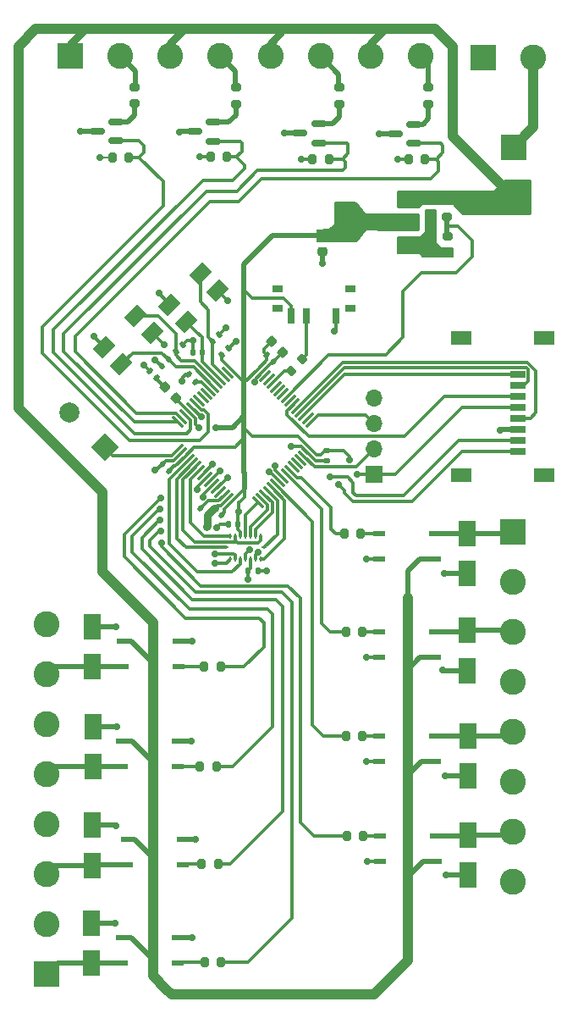
<source format=gtl>
G04 #@! TF.GenerationSoftware,KiCad,Pcbnew,(6.0.7)*
G04 #@! TF.CreationDate,2023-04-24T21:56:03-07:00*
G04 #@! TF.ProjectId,OBC-Attempt-2,4f42432d-4174-4746-956d-70742d322e6b,rev?*
G04 #@! TF.SameCoordinates,Original*
G04 #@! TF.FileFunction,Copper,L1,Top*
G04 #@! TF.FilePolarity,Positive*
%FSLAX46Y46*%
G04 Gerber Fmt 4.6, Leading zero omitted, Abs format (unit mm)*
G04 Created by KiCad (PCBNEW (6.0.7)) date 2023-04-24 21:56:03*
%MOMM*%
%LPD*%
G01*
G04 APERTURE LIST*
G04 Aperture macros list*
%AMRoundRect*
0 Rectangle with rounded corners*
0 $1 Rounding radius*
0 $2 $3 $4 $5 $6 $7 $8 $9 X,Y pos of 4 corners*
0 Add a 4 corners polygon primitive as box body*
4,1,4,$2,$3,$4,$5,$6,$7,$8,$9,$2,$3,0*
0 Add four circle primitives for the rounded corners*
1,1,$1+$1,$2,$3*
1,1,$1+$1,$4,$5*
1,1,$1+$1,$6,$7*
1,1,$1+$1,$8,$9*
0 Add four rect primitives between the rounded corners*
20,1,$1+$1,$2,$3,$4,$5,0*
20,1,$1+$1,$4,$5,$6,$7,0*
20,1,$1+$1,$6,$7,$8,$9,0*
20,1,$1+$1,$8,$9,$2,$3,0*%
%AMRotRect*
0 Rectangle, with rotation*
0 The origin of the aperture is its center*
0 $1 length*
0 $2 width*
0 $3 Rotation angle, in degrees counterclockwise*
0 Add horizontal line*
21,1,$1,$2,0,0,$3*%
G04 Aperture macros list end*
G04 #@! TA.AperFunction,SMDPad,CuDef*
%ADD10RoundRect,0.200000X0.200000X0.275000X-0.200000X0.275000X-0.200000X-0.275000X0.200000X-0.275000X0*%
G04 #@! TD*
G04 #@! TA.AperFunction,SMDPad,CuDef*
%ADD11RoundRect,0.200000X-0.200000X-0.275000X0.200000X-0.275000X0.200000X0.275000X-0.200000X0.275000X0*%
G04 #@! TD*
G04 #@! TA.AperFunction,SMDPad,CuDef*
%ADD12R,1.800000X2.500000*%
G04 #@! TD*
G04 #@! TA.AperFunction,SMDPad,CuDef*
%ADD13RoundRect,0.150000X0.587500X0.150000X-0.587500X0.150000X-0.587500X-0.150000X0.587500X-0.150000X0*%
G04 #@! TD*
G04 #@! TA.AperFunction,SMDPad,CuDef*
%ADD14RoundRect,0.140000X0.219203X0.021213X0.021213X0.219203X-0.219203X-0.021213X-0.021213X-0.219203X0*%
G04 #@! TD*
G04 #@! TA.AperFunction,SMDPad,CuDef*
%ADD15RoundRect,0.140000X-0.219203X-0.021213X-0.021213X-0.219203X0.219203X0.021213X0.021213X0.219203X0*%
G04 #@! TD*
G04 #@! TA.AperFunction,SMDPad,CuDef*
%ADD16R,0.254000X0.482600*%
G04 #@! TD*
G04 #@! TA.AperFunction,SMDPad,CuDef*
%ADD17R,0.482600X0.254000*%
G04 #@! TD*
G04 #@! TA.AperFunction,SMDPad,CuDef*
%ADD18R,1.300000X0.600000*%
G04 #@! TD*
G04 #@! TA.AperFunction,SMDPad,CuDef*
%ADD19RoundRect,0.140000X-0.140000X-0.170000X0.140000X-0.170000X0.140000X0.170000X-0.140000X0.170000X0*%
G04 #@! TD*
G04 #@! TA.AperFunction,SMDPad,CuDef*
%ADD20R,2.000000X1.500000*%
G04 #@! TD*
G04 #@! TA.AperFunction,SMDPad,CuDef*
%ADD21R,2.000000X3.800000*%
G04 #@! TD*
G04 #@! TA.AperFunction,SMDPad,CuDef*
%ADD22RoundRect,0.140000X0.021213X-0.219203X0.219203X-0.021213X-0.021213X0.219203X-0.219203X0.021213X0*%
G04 #@! TD*
G04 #@! TA.AperFunction,SMDPad,CuDef*
%ADD23RoundRect,0.140000X-0.170000X0.140000X-0.170000X-0.140000X0.170000X-0.140000X0.170000X0.140000X0*%
G04 #@! TD*
G04 #@! TA.AperFunction,SMDPad,CuDef*
%ADD24RoundRect,0.225000X-0.250000X0.225000X-0.250000X-0.225000X0.250000X-0.225000X0.250000X0.225000X0*%
G04 #@! TD*
G04 #@! TA.AperFunction,SMDPad,CuDef*
%ADD25RoundRect,0.200000X0.275000X-0.200000X0.275000X0.200000X-0.275000X0.200000X-0.275000X-0.200000X0*%
G04 #@! TD*
G04 #@! TA.AperFunction,SMDPad,CuDef*
%ADD26RoundRect,0.140000X0.140000X0.170000X-0.140000X0.170000X-0.140000X-0.170000X0.140000X-0.170000X0*%
G04 #@! TD*
G04 #@! TA.AperFunction,SMDPad,CuDef*
%ADD27R,0.700000X1.500000*%
G04 #@! TD*
G04 #@! TA.AperFunction,SMDPad,CuDef*
%ADD28R,1.000000X0.800000*%
G04 #@! TD*
G04 #@! TA.AperFunction,SMDPad,CuDef*
%ADD29RoundRect,0.200000X-0.275000X0.200000X-0.275000X-0.200000X0.275000X-0.200000X0.275000X0.200000X0*%
G04 #@! TD*
G04 #@! TA.AperFunction,SMDPad,CuDef*
%ADD30RoundRect,0.225000X0.335876X0.017678X0.017678X0.335876X-0.335876X-0.017678X-0.017678X-0.335876X0*%
G04 #@! TD*
G04 #@! TA.AperFunction,SMDPad,CuDef*
%ADD31RoundRect,0.140000X-0.021213X0.219203X-0.219203X0.021213X0.021213X-0.219203X0.219203X-0.021213X0*%
G04 #@! TD*
G04 #@! TA.AperFunction,SMDPad,CuDef*
%ADD32RotRect,1.400000X1.800000X315.000000*%
G04 #@! TD*
G04 #@! TA.AperFunction,SMDPad,CuDef*
%ADD33RoundRect,0.200000X0.053033X-0.335876X0.335876X-0.053033X-0.053033X0.335876X-0.335876X0.053033X0*%
G04 #@! TD*
G04 #@! TA.AperFunction,SMDPad,CuDef*
%ADD34R,1.500000X0.800000*%
G04 #@! TD*
G04 #@! TA.AperFunction,SMDPad,CuDef*
%ADD35R,2.000000X1.450000*%
G04 #@! TD*
G04 #@! TA.AperFunction,SMDPad,CuDef*
%ADD36RoundRect,0.075000X-0.548008X0.441942X0.441942X-0.548008X0.548008X-0.441942X-0.441942X0.548008X0*%
G04 #@! TD*
G04 #@! TA.AperFunction,SMDPad,CuDef*
%ADD37RoundRect,0.075000X-0.548008X-0.441942X-0.441942X-0.548008X0.548008X0.441942X0.441942X0.548008X0*%
G04 #@! TD*
G04 #@! TA.AperFunction,ComponentPad*
%ADD38R,2.600000X2.600000*%
G04 #@! TD*
G04 #@! TA.AperFunction,ComponentPad*
%ADD39C,2.600000*%
G04 #@! TD*
G04 #@! TA.AperFunction,ComponentPad*
%ADD40RotRect,2.000000X2.000000X135.000000*%
G04 #@! TD*
G04 #@! TA.AperFunction,ComponentPad*
%ADD41C,2.000000*%
G04 #@! TD*
G04 #@! TA.AperFunction,ComponentPad*
%ADD42R,1.700000X1.700000*%
G04 #@! TD*
G04 #@! TA.AperFunction,ComponentPad*
%ADD43O,1.700000X1.700000*%
G04 #@! TD*
G04 #@! TA.AperFunction,ViaPad*
%ADD44C,0.700000*%
G04 #@! TD*
G04 #@! TA.AperFunction,Conductor*
%ADD45C,0.300000*%
G04 #@! TD*
G04 #@! TA.AperFunction,Conductor*
%ADD46C,0.750000*%
G04 #@! TD*
G04 #@! TA.AperFunction,Conductor*
%ADD47C,0.500000*%
G04 #@! TD*
G04 #@! TA.AperFunction,Conductor*
%ADD48C,0.200000*%
G04 #@! TD*
G04 #@! TA.AperFunction,Conductor*
%ADD49C,1.000000*%
G04 #@! TD*
G04 APERTURE END LIST*
D10*
X62190000Y-98480400D03*
X60540000Y-98480400D03*
D11*
X45968400Y-101464200D03*
X47618400Y-101464200D03*
D12*
X35263400Y-101514200D03*
X35263400Y-97514200D03*
D13*
X57832100Y-39153200D03*
X57832100Y-37253200D03*
X55957100Y-38203200D03*
D14*
X45519411Y-63019411D03*
X44840589Y-62340589D03*
D15*
X46020589Y-75710589D03*
X46699411Y-76389411D03*
D12*
X35173400Y-111374200D03*
X35173400Y-107374200D03*
D16*
X51989800Y-80767500D03*
X51489801Y-80767500D03*
X50989799Y-80767500D03*
X50489800Y-80767500D03*
X49989801Y-80767500D03*
X49489799Y-80767500D03*
X48989800Y-80767500D03*
D17*
X48578500Y-79611800D03*
D16*
X48989800Y-78456100D03*
X49489799Y-78456100D03*
X49989801Y-78456100D03*
X50489800Y-78456100D03*
X50989799Y-78456100D03*
X51489801Y-78456100D03*
X51989800Y-78456100D03*
D17*
X52401100Y-79611800D03*
D18*
X43843400Y-91510400D03*
X43843400Y-88970400D03*
X38243400Y-88970400D03*
X38243400Y-91510400D03*
D19*
X50770000Y-81930000D03*
X51730000Y-81930000D03*
D11*
X57225000Y-40760000D03*
X58875000Y-40760000D03*
D18*
X63853400Y-88050400D03*
X63853400Y-90590400D03*
X69453400Y-90590400D03*
X69453400Y-88050400D03*
D13*
X47316500Y-38975400D03*
X47316500Y-37075400D03*
X45441500Y-38025400D03*
D20*
X66780000Y-49400000D03*
X66780000Y-47100000D03*
D21*
X60480000Y-47100000D03*
D20*
X66780000Y-44800000D03*
D22*
X47190589Y-58979411D03*
X47869411Y-58300589D03*
D11*
X46435000Y-121060000D03*
X48085000Y-121060000D03*
D18*
X63963400Y-108460400D03*
X63963400Y-111000400D03*
X69563400Y-111000400D03*
X69563400Y-108460400D03*
D23*
X58660000Y-69950000D03*
X58660000Y-70910000D03*
D10*
X62035000Y-78240000D03*
X60385000Y-78240000D03*
D24*
X58220000Y-48445000D03*
X58220000Y-49995000D03*
D18*
X63863400Y-78240400D03*
X63863400Y-80780400D03*
X69463400Y-80780400D03*
X69463400Y-78240400D03*
D25*
X39440000Y-35215000D03*
X39440000Y-33565000D03*
D18*
X43763400Y-101494200D03*
X43763400Y-98954200D03*
X38163400Y-98954200D03*
X38163400Y-101494200D03*
D10*
X62310000Y-108460000D03*
X60660000Y-108460000D03*
D26*
X49770000Y-77290000D03*
X48810000Y-77290000D03*
D14*
X42859411Y-71919411D03*
X42180589Y-71240589D03*
D27*
X59600000Y-56460000D03*
X56600000Y-56460000D03*
X55100000Y-56460000D03*
D28*
X61000000Y-55675000D03*
X61000000Y-53745000D03*
X53700000Y-53745000D03*
X53700000Y-55675000D03*
D13*
X37537500Y-38950000D03*
X37537500Y-37050000D03*
X35662500Y-38000000D03*
D24*
X69020000Y-44815000D03*
X69020000Y-46365000D03*
D22*
X48170589Y-60389411D03*
X48849411Y-59710589D03*
D13*
X67382500Y-39204000D03*
X67382500Y-37304000D03*
X65507500Y-38254000D03*
D10*
X62205000Y-88010000D03*
X60555000Y-88010000D03*
D18*
X44213400Y-111360400D03*
X44213400Y-108820400D03*
X38613400Y-108820400D03*
X38613400Y-111360400D03*
D29*
X70690000Y-44865000D03*
X70690000Y-46515000D03*
D26*
X46200000Y-60130000D03*
X45240000Y-60130000D03*
D12*
X35133400Y-121174200D03*
X35133400Y-117174200D03*
D30*
X43548008Y-64678008D03*
X42451992Y-63581992D03*
D11*
X46995000Y-40570000D03*
X48645000Y-40570000D03*
D12*
X72693400Y-87900400D03*
X72693400Y-91900400D03*
D25*
X68820000Y-35265000D03*
X68820000Y-33615000D03*
D31*
X42759411Y-60790589D03*
X42080589Y-61469411D03*
D25*
X49540000Y-35265000D03*
X49540000Y-33615000D03*
D11*
X46108400Y-111254200D03*
X47758400Y-111254200D03*
D14*
X41649411Y-62669411D03*
X40970589Y-61990589D03*
D12*
X72803400Y-98470400D03*
X72803400Y-102470400D03*
D11*
X66840000Y-40790000D03*
X68490000Y-40790000D03*
D32*
X46015907Y-52214637D03*
X42904637Y-55325907D03*
X44601693Y-57022963D03*
X47712963Y-53911693D03*
D11*
X46365000Y-91530000D03*
X48015000Y-91530000D03*
D12*
X72763400Y-108350400D03*
X72763400Y-112350400D03*
D33*
X55046637Y-61933363D03*
X56213363Y-60766637D03*
D15*
X52640589Y-60360589D03*
X53319411Y-61039411D03*
D34*
X77763900Y-62315400D03*
X77763900Y-63415400D03*
X77763900Y-64515400D03*
X77763900Y-65615400D03*
X77763900Y-66715400D03*
X77763900Y-67815400D03*
X77763900Y-68915400D03*
X77763900Y-70015400D03*
D35*
X80363900Y-72390400D03*
X80363900Y-58640400D03*
X72063900Y-72390400D03*
X72063900Y-58640400D03*
D12*
X72663400Y-78190400D03*
X72663400Y-82190400D03*
D36*
X49056697Y-61768241D03*
X48703144Y-62121794D03*
X48349591Y-62475347D03*
X47996037Y-62828901D03*
X47642484Y-63182454D03*
X47288930Y-63536008D03*
X46935377Y-63889561D03*
X46581824Y-64243114D03*
X46228270Y-64596668D03*
X45874717Y-64950221D03*
X45521164Y-65303774D03*
X45167610Y-65657328D03*
X44814057Y-66010881D03*
X44460503Y-66364435D03*
X44106950Y-66717988D03*
X43753397Y-67071541D03*
D37*
X43753397Y-69793903D03*
X44106950Y-70147456D03*
X44460503Y-70501009D03*
X44814057Y-70854563D03*
X45167610Y-71208116D03*
X45521164Y-71561670D03*
X45874717Y-71915223D03*
X46228270Y-72268776D03*
X46581824Y-72622330D03*
X46935377Y-72975883D03*
X47288930Y-73329436D03*
X47642484Y-73682990D03*
X47996037Y-74036543D03*
X48349591Y-74390097D03*
X48703144Y-74743650D03*
X49056697Y-75097203D03*
D36*
X51779059Y-75097203D03*
X52132612Y-74743650D03*
X52486165Y-74390097D03*
X52839719Y-74036543D03*
X53193272Y-73682990D03*
X53546826Y-73329436D03*
X53900379Y-72975883D03*
X54253932Y-72622330D03*
X54607486Y-72268776D03*
X54961039Y-71915223D03*
X55314592Y-71561670D03*
X55668146Y-71208116D03*
X56021699Y-70854563D03*
X56375253Y-70501009D03*
X56728806Y-70147456D03*
X57082359Y-69793903D03*
D37*
X57082359Y-67071541D03*
X56728806Y-66717988D03*
X56375253Y-66364435D03*
X56021699Y-66010881D03*
X55668146Y-65657328D03*
X55314592Y-65303774D03*
X54961039Y-64950221D03*
X54607486Y-64596668D03*
X54253932Y-64243114D03*
X53900379Y-63889561D03*
X53546826Y-63536008D03*
X53193272Y-63182454D03*
X52839719Y-62828901D03*
X52486165Y-62475347D03*
X52132612Y-62121794D03*
X51779059Y-61768241D03*
D14*
X48139411Y-76379411D03*
X47460589Y-75700589D03*
D25*
X59900000Y-35255000D03*
X59900000Y-33605000D03*
D32*
X39500940Y-56471120D03*
X36389670Y-59582390D03*
X38086726Y-61279446D03*
X41197996Y-58168176D03*
D11*
X37185000Y-40600000D03*
X38835000Y-40600000D03*
D30*
X54248008Y-60068008D03*
X53151992Y-58971992D03*
D18*
X43723400Y-121180400D03*
X43723400Y-118640400D03*
X38123400Y-118640400D03*
X38123400Y-121180400D03*
X63893400Y-98430400D03*
X63893400Y-100970400D03*
X69493400Y-100970400D03*
X69493400Y-98430400D03*
D22*
X43534422Y-60027494D03*
X44213244Y-59348672D03*
D29*
X70710000Y-48465000D03*
X70710000Y-50115000D03*
D12*
X35183400Y-91524200D03*
X35183400Y-87524200D03*
D38*
X77305000Y-39600000D03*
D39*
X77305000Y-44600000D03*
D38*
X33000000Y-30495000D03*
D39*
X38000000Y-30495000D03*
X43000000Y-30495000D03*
X48000000Y-30495000D03*
X53000000Y-30495000D03*
X58000000Y-30495000D03*
X63000000Y-30495000D03*
X68000000Y-30495000D03*
D40*
X36417006Y-69607006D03*
D41*
X32881472Y-66071472D03*
D42*
X63393600Y-72312600D03*
D43*
X63393600Y-69772600D03*
X63393600Y-67232600D03*
X63393600Y-64692600D03*
D38*
X30578400Y-122260400D03*
D39*
X30578400Y-117260400D03*
X30578400Y-112260400D03*
X30578400Y-107260400D03*
X30578400Y-102260400D03*
X30578400Y-97260400D03*
X30578400Y-92260400D03*
X30578400Y-87260400D03*
D38*
X77243400Y-78040400D03*
D39*
X77243400Y-83040400D03*
X77243400Y-88040400D03*
X77243400Y-93040400D03*
X77243400Y-98040400D03*
X77243400Y-103040400D03*
X77243400Y-108040400D03*
X77243400Y-113040400D03*
D38*
X74300000Y-30600000D03*
D39*
X79300000Y-30600000D03*
D44*
X70473400Y-102460400D03*
X69590000Y-50050000D03*
X63905000Y-38279400D03*
X47600000Y-77625000D03*
X41400000Y-71860000D03*
X34009200Y-38000000D03*
X58230000Y-51200000D03*
X69010000Y-47500000D03*
X35313400Y-58490400D03*
X45113400Y-98950400D03*
X47481600Y-80238300D03*
X40330000Y-61390000D03*
X50956600Y-79789800D03*
X62603400Y-90570400D03*
X41829000Y-54212400D03*
X51802079Y-80053584D03*
X46600000Y-77525000D03*
X37663400Y-97500400D03*
X37463400Y-117160400D03*
X54405400Y-38203200D03*
X51404200Y-63101800D03*
X65770000Y-40810000D03*
X45533400Y-108820400D03*
X70533400Y-112330400D03*
X46126218Y-66560179D03*
X68480000Y-48920000D03*
X48550000Y-57640000D03*
X55087200Y-69477200D03*
X44150000Y-62960000D03*
X59430000Y-57980000D03*
X56050000Y-40780000D03*
X45900000Y-40540000D03*
X45240000Y-58900000D03*
X70413400Y-82190400D03*
X42337000Y-59317800D03*
X49530000Y-59020000D03*
X37583400Y-87510400D03*
X62593402Y-80790401D03*
X45133400Y-118620400D03*
X70263400Y-91870400D03*
X47481600Y-81189800D03*
X75966600Y-67852200D03*
X43864400Y-38050800D03*
X35950000Y-40600000D03*
X41420000Y-60850000D03*
X48763200Y-54974400D03*
X62703399Y-110960400D03*
X52650000Y-81950000D03*
X68450000Y-49830000D03*
X45173400Y-88980400D03*
X37543400Y-107390400D03*
X62593401Y-100980402D03*
X45853400Y-67640400D03*
X49856600Y-75989800D03*
X50780000Y-82813900D03*
X47563400Y-67650400D03*
X61663400Y-72310400D03*
X60873400Y-70880400D03*
X58956600Y-72564800D03*
X52831600Y-72039800D03*
X53506600Y-71439800D03*
X59856600Y-73339800D03*
X47181600Y-71264800D03*
X41956600Y-75739800D03*
X41981600Y-76839800D03*
X45683100Y-73789800D03*
X42006600Y-74664800D03*
X47956600Y-71914800D03*
X46281600Y-74539800D03*
X42056600Y-77939800D03*
X48731600Y-72664800D03*
X42106600Y-79164800D03*
D45*
X47935000Y-77290000D02*
X48810000Y-77290000D01*
X47600000Y-77625000D02*
X47935000Y-77290000D01*
D46*
X46699411Y-77425589D02*
X46600000Y-77525000D01*
X46699411Y-76389411D02*
X46699411Y-77425589D01*
X47388233Y-75700589D02*
X46699411Y-76389411D01*
X47460589Y-75700589D02*
X47388233Y-75700589D01*
D45*
X43753397Y-69793903D02*
X43753397Y-69796603D01*
X43130000Y-70420000D02*
X37230000Y-70420000D01*
X43753397Y-69796603D02*
X43130000Y-70420000D01*
X37230000Y-70420000D02*
X36417006Y-69607006D01*
X43330000Y-70920000D02*
X42501178Y-70920000D01*
D47*
X35133400Y-117174200D02*
X37449600Y-117174200D01*
X72763400Y-112350400D02*
X70553400Y-112350400D01*
D45*
X63963402Y-101000402D02*
X62613402Y-101000402D01*
X40370000Y-61390000D02*
X40970589Y-61990589D01*
X47505100Y-80214800D02*
X47481600Y-80238300D01*
X36389670Y-59566670D02*
X35313400Y-58490400D01*
X41461178Y-60850000D02*
X42080589Y-61469411D01*
D47*
X72803400Y-102470400D02*
X70483400Y-102470400D01*
D45*
X49489799Y-80767500D02*
X49489799Y-80372999D01*
X53319411Y-61039411D02*
X53214995Y-61039411D01*
X48606600Y-81139800D02*
X48556600Y-81189800D01*
X46090179Y-66560179D02*
X46126218Y-66560179D01*
X44519411Y-62340589D02*
X44150000Y-62710000D01*
X51404200Y-63101800D02*
X51404200Y-62850206D01*
X63963400Y-111000401D02*
X62743401Y-111000402D01*
D47*
X65507500Y-38254000D02*
X63930400Y-38254000D01*
D45*
X47712963Y-53911693D02*
X47712963Y-53924163D01*
X41197996Y-58178796D02*
X42337000Y-59317800D01*
D47*
X35173400Y-107374200D02*
X37527200Y-107374200D01*
D45*
X44102544Y-70147456D02*
X43330000Y-70920000D01*
D47*
X37649600Y-97514200D02*
X37663400Y-97500400D01*
D45*
X56103200Y-69528000D02*
X56052400Y-69477200D01*
X48989800Y-80767500D02*
X48978900Y-80767500D01*
X42169411Y-71240589D02*
X41550000Y-71860000D01*
X42904637Y-55325907D02*
X42904637Y-55288037D01*
D47*
X37569600Y-87524200D02*
X37583400Y-87510400D01*
D45*
X48849411Y-59710589D02*
X48849411Y-59700589D01*
D47*
X70483400Y-102470400D02*
X70473400Y-102460400D01*
D45*
X63863401Y-80780402D02*
X62603401Y-80780402D01*
X44106950Y-70147456D02*
X44102544Y-70147456D01*
D47*
X35263400Y-97514200D02*
X37649600Y-97514200D01*
X37527200Y-107374200D02*
X37543400Y-107390400D01*
D45*
X47712963Y-53924163D02*
X48763200Y-54974400D01*
D47*
X58220000Y-49995000D02*
X58220000Y-51190000D01*
X55957100Y-38203200D02*
X54405400Y-38203200D01*
D45*
X54248008Y-60110814D02*
X53319411Y-61039411D01*
X56722656Y-70147456D02*
X56103200Y-69528000D01*
D47*
X72693400Y-91900400D02*
X70293400Y-91900400D01*
D45*
X66840000Y-40790000D02*
X65790000Y-40790000D01*
D47*
X45113400Y-118640400D02*
X45133400Y-118620400D01*
D45*
X59600000Y-57810000D02*
X59430000Y-57980000D01*
X50956600Y-79789800D02*
X50489800Y-80256600D01*
X51489801Y-80365862D02*
X51489801Y-80767500D01*
X51730000Y-81930000D02*
X52630000Y-81930000D01*
X49331600Y-80214800D02*
X47505100Y-80214800D01*
D47*
X70293400Y-91900400D02*
X70263400Y-91870400D01*
X72663400Y-82190400D02*
X70413400Y-82190400D01*
X45163400Y-88970400D02*
X45173400Y-88980400D01*
X43763400Y-98954200D02*
X45109600Y-98954200D01*
D45*
X45230000Y-58890000D02*
X45240000Y-58900000D01*
X41550000Y-71860000D02*
X41400000Y-71860000D01*
X44690000Y-58890000D02*
X45230000Y-58890000D01*
X54248008Y-60068008D02*
X54248008Y-60110814D01*
X62613402Y-101000402D02*
X62593401Y-100980402D01*
X62743401Y-111000402D02*
X62703399Y-110960400D01*
D47*
X37449600Y-117174200D02*
X37463400Y-117160400D01*
D45*
X56728806Y-70148806D02*
X57490000Y-70910000D01*
X56728806Y-70147456D02*
X56728806Y-70148806D01*
X49489799Y-80372999D02*
X49331600Y-80214800D01*
X59600000Y-56460000D02*
X59600000Y-57810000D01*
X48026794Y-75420000D02*
X47741178Y-75420000D01*
X52630000Y-81930000D02*
X52650000Y-81950000D01*
X57225000Y-40760000D02*
X56070000Y-40760000D01*
D47*
X76003400Y-67815400D02*
X75966600Y-67852200D01*
D45*
X43889800Y-38025400D02*
X43864400Y-38050800D01*
X44231328Y-59348672D02*
X44690000Y-58890000D01*
X45900000Y-40540000D02*
X46965000Y-40540000D01*
X44150000Y-62710000D02*
X44150000Y-62960000D01*
X53214995Y-61039411D02*
X52132612Y-62121794D01*
X41420000Y-60850000D02*
X41461178Y-60850000D01*
X51404200Y-62850206D02*
X52132612Y-62121794D01*
X45240000Y-60130000D02*
X45240000Y-58900000D01*
X44840589Y-62340589D02*
X44519411Y-62340589D01*
X65790000Y-40790000D02*
X65770000Y-40810000D01*
X42180589Y-71240589D02*
X42169411Y-71240589D01*
X47889411Y-58300589D02*
X48550000Y-57640000D01*
X51802079Y-80053584D02*
X51489801Y-80365862D01*
D47*
X43843400Y-88970400D02*
X45163400Y-88970400D01*
D45*
X56070000Y-40760000D02*
X56050000Y-40780000D01*
X48556600Y-81189800D02*
X47481600Y-81189800D01*
X63930400Y-38254000D02*
X63905000Y-38279400D01*
D47*
X77763900Y-67815400D02*
X76003400Y-67815400D01*
X70553400Y-112350400D02*
X70533400Y-112330400D01*
D48*
X37185000Y-40600000D02*
X35950000Y-40600000D01*
D45*
X45167610Y-65657328D02*
X45187328Y-65657328D01*
D47*
X45109600Y-98954200D02*
X45113400Y-98950400D01*
D45*
X46965000Y-40540000D02*
X46995000Y-40570000D01*
D47*
X43723400Y-118640400D02*
X45113400Y-118640400D01*
D45*
X56052400Y-69477200D02*
X55087200Y-69477200D01*
X48703144Y-74743650D02*
X48026794Y-75420000D01*
D47*
X45441500Y-38025400D02*
X43889800Y-38025400D01*
D45*
X62623402Y-90590402D02*
X62603400Y-90570400D01*
D47*
X58220000Y-51190000D02*
X58230000Y-51200000D01*
D45*
X40330000Y-61390000D02*
X40370000Y-61390000D01*
X47741178Y-75420000D02*
X47460589Y-75700589D01*
X41197996Y-58168176D02*
X41197996Y-58178796D01*
D47*
X35662500Y-38000000D02*
X34009200Y-38000000D01*
D45*
X36389670Y-59582390D02*
X36389670Y-59566670D01*
X42501178Y-70920000D02*
X42180589Y-71240589D01*
X45187328Y-65657328D02*
X46090179Y-66560179D01*
X48849411Y-59700589D02*
X49530000Y-59020000D01*
X42904637Y-55288037D02*
X41829000Y-54212400D01*
X47869411Y-58300589D02*
X47889411Y-58300589D01*
X63853402Y-90590402D02*
X62623402Y-90590402D01*
X50489800Y-80256600D02*
X50489800Y-80767500D01*
X57490000Y-70910000D02*
X58660000Y-70910000D01*
X48978900Y-80767500D02*
X48606600Y-81139800D01*
D47*
X44213400Y-108820400D02*
X45533400Y-108820400D01*
D45*
X62603401Y-80780402D02*
X62593402Y-80790401D01*
D47*
X35183400Y-87524200D02*
X37569600Y-87524200D01*
D45*
X49443400Y-69590400D02*
X50373400Y-68660400D01*
X63393600Y-72312600D02*
X65481200Y-72312600D01*
X49989801Y-74981599D02*
X49988401Y-74981599D01*
X53151992Y-58971992D02*
X53148008Y-58971992D01*
D47*
X50383400Y-73288466D02*
X50383400Y-72150400D01*
D45*
X49056697Y-61768241D02*
X49056697Y-61766697D01*
D47*
X58220000Y-48445000D02*
X53215000Y-48445000D01*
D45*
X55743400Y-68454944D02*
X57082359Y-69793903D01*
X49989801Y-78456100D02*
X49989801Y-78019801D01*
X49056697Y-75097203D02*
X49042797Y-75097203D01*
D47*
X50373400Y-66480400D02*
X50373400Y-66950400D01*
D45*
X48410000Y-76108822D02*
X48139411Y-76379411D01*
X50373400Y-63090400D02*
X50373400Y-63250400D01*
X49056697Y-61766697D02*
X48170589Y-60880589D01*
X54330000Y-54640000D02*
X51170000Y-54640000D01*
X51779059Y-61774741D02*
X50373400Y-63180400D01*
X58660000Y-69950000D02*
X58450000Y-69950000D01*
X51779059Y-61768241D02*
X51779059Y-61760941D01*
X45513400Y-67300400D02*
X45853400Y-67640400D01*
X44460503Y-70501009D02*
X44460503Y-70483297D01*
X43548008Y-64678008D02*
X43548008Y-64744832D01*
X57638456Y-70350000D02*
X57082359Y-69793903D01*
D47*
X50373400Y-67530400D02*
X50373400Y-68660400D01*
D45*
X50780000Y-82813900D02*
X50780000Y-81940000D01*
X50406600Y-74564800D02*
X50406600Y-73747300D01*
X45513400Y-66690400D02*
X45513400Y-67230400D01*
X49989801Y-74981599D02*
X50406600Y-74564800D01*
X45513400Y-67230400D02*
X45513400Y-67300400D01*
D47*
X50373400Y-68660400D02*
X50373400Y-72140400D01*
X53215000Y-48445000D02*
X50373400Y-51286600D01*
D45*
X49056697Y-61768241D02*
X49056697Y-61773697D01*
X49770000Y-77800000D02*
X49770000Y-77290000D01*
X50989799Y-80767500D02*
X50989799Y-81710201D01*
X49988401Y-74981599D02*
X49850000Y-75120000D01*
X53148008Y-58971992D02*
X52380000Y-59740000D01*
X43494935Y-71466577D02*
X43312245Y-71466577D01*
X50780000Y-81940000D02*
X50770000Y-81930000D01*
X55743400Y-68450400D02*
X51203400Y-68450400D01*
D47*
X50363400Y-66480400D02*
X50373400Y-66480400D01*
D45*
X49989801Y-78019801D02*
X49770000Y-77800000D01*
D47*
X50373400Y-51286600D02*
X50373400Y-53843400D01*
D45*
X50406600Y-73747300D02*
X49056697Y-75097203D01*
X43548008Y-64744832D02*
X44814057Y-66010881D01*
D47*
X50373400Y-53843400D02*
X50373400Y-55430400D01*
D45*
X48410000Y-75730000D02*
X48410000Y-76108822D01*
X49850000Y-75983200D02*
X49856600Y-75989800D01*
X58680000Y-69930000D02*
X58660000Y-69950000D01*
X44833881Y-66010881D02*
X45433400Y-66610400D01*
X43494935Y-71466577D02*
X44460503Y-70501009D01*
X60873400Y-70513400D02*
X60290000Y-69930000D01*
X58450000Y-69950000D02*
X58050000Y-70350000D01*
X51170000Y-54640000D02*
X50373400Y-53843400D01*
X45353400Y-69590400D02*
X49443400Y-69590400D01*
D47*
X50373400Y-72140400D02*
X50383400Y-72150400D01*
X50373400Y-55430400D02*
X50373400Y-63250400D01*
D45*
X63391400Y-72310400D02*
X63393600Y-72312600D01*
X55100000Y-55410000D02*
X54330000Y-54640000D01*
X51203400Y-68450400D02*
X50373400Y-67620400D01*
X49770000Y-77290000D02*
X49770000Y-76076400D01*
X52380000Y-59740000D02*
X52380000Y-60100000D01*
X51779059Y-61760941D02*
X52640589Y-60899411D01*
X61663400Y-72310400D02*
X63391400Y-72310400D01*
X65481200Y-72312600D02*
X72178400Y-65615400D01*
X45433400Y-66610400D02*
X45513400Y-66690400D01*
X72178400Y-65615400D02*
X77763900Y-65615400D01*
X49056697Y-61773697D02*
X50373400Y-63090400D01*
X44460503Y-70483297D02*
X45353400Y-69590400D01*
X50373400Y-67620400D02*
X50373400Y-67530400D01*
X43312245Y-71466577D02*
X42859411Y-71919411D01*
D47*
X49193400Y-67650400D02*
X50363400Y-66480400D01*
D45*
X49770000Y-76076400D02*
X49856600Y-75989800D01*
X55743400Y-68450400D02*
X55743400Y-68454944D01*
X52380000Y-60100000D02*
X52640589Y-60360589D01*
D47*
X50373400Y-66950400D02*
X50373400Y-67530400D01*
X47563400Y-67650400D02*
X49193400Y-67650400D01*
D45*
X60290000Y-69930000D02*
X58680000Y-69930000D01*
X55100000Y-56460000D02*
X55100000Y-55410000D01*
D47*
X50406600Y-73311666D02*
X50383400Y-73288466D01*
D45*
X49042797Y-75097203D02*
X48410000Y-75730000D01*
D47*
X50373400Y-63250400D02*
X50373400Y-66480400D01*
X50406600Y-73747300D02*
X50406600Y-73311666D01*
D45*
X60873400Y-70880400D02*
X60873400Y-70513400D01*
X49850000Y-75120000D02*
X49850000Y-75983200D01*
X50373400Y-63180400D02*
X50373400Y-63250400D01*
X48170589Y-60880589D02*
X48170589Y-60389411D01*
X58050000Y-70350000D02*
X57638456Y-70350000D01*
X52640589Y-60899411D02*
X52640589Y-60360589D01*
X50989799Y-81710201D02*
X50770000Y-81930000D01*
X46801178Y-74930000D02*
X46020589Y-75710589D01*
X47020000Y-74930000D02*
X46801178Y-74930000D01*
X47026551Y-74936551D02*
X47020000Y-74930000D01*
X47803137Y-74936551D02*
X47026551Y-74936551D01*
X48349591Y-74390097D02*
X47803137Y-74936551D01*
X41649411Y-62669411D02*
X41649411Y-62779411D01*
X41649411Y-62779411D02*
X42451992Y-63581992D01*
X46929561Y-63889561D02*
X46059411Y-63019411D01*
X46059411Y-63019411D02*
X45519411Y-63019411D01*
X46935377Y-63889561D02*
X46929561Y-63889561D01*
X46200000Y-60130000D02*
X46200000Y-58600000D01*
X45608730Y-58030000D02*
X44601693Y-57022963D01*
X45630000Y-58030000D02*
X45608730Y-58030000D01*
X47996037Y-62828901D02*
X47988901Y-62828901D01*
X47988901Y-62828901D02*
X46200000Y-61040000D01*
X46200000Y-58600000D02*
X45630000Y-58030000D01*
X46200000Y-61040000D02*
X46200000Y-60130000D01*
X46015907Y-52214637D02*
X46015907Y-55055907D01*
X47190589Y-61316345D02*
X48349591Y-62475347D01*
X47190589Y-58979411D02*
X47190589Y-61316345D01*
X46015907Y-55055907D02*
X46810000Y-55850000D01*
X46810000Y-58598822D02*
X47190589Y-58979411D01*
X46810000Y-55850000D02*
X46810000Y-58598822D01*
X39500940Y-56471120D02*
X41781120Y-56471120D01*
X41781120Y-56471120D02*
X43534422Y-58224422D01*
X43534422Y-60384422D02*
X44090000Y-60940000D01*
X43534422Y-58224422D02*
X43534422Y-60027494D01*
X45400030Y-60940000D02*
X47642484Y-63182454D01*
X43534422Y-60027494D02*
X43534422Y-60384422D01*
X44090000Y-60940000D02*
X45400030Y-60940000D01*
X43518822Y-61550000D02*
X42759411Y-60790589D01*
X45310000Y-61550000D02*
X43518822Y-61550000D01*
X47288930Y-63528930D02*
X45310000Y-61550000D01*
X47288930Y-63536008D02*
X47288930Y-63528930D01*
X38086726Y-61279446D02*
X39206172Y-60160000D01*
X39206172Y-60160000D02*
X42128822Y-60160000D01*
X42128822Y-60160000D02*
X42759411Y-60790589D01*
D46*
X63000000Y-30495000D02*
X63000000Y-29200000D01*
D49*
X71240000Y-29560000D02*
X69460000Y-27780000D01*
D46*
X44390000Y-27780000D02*
X44500000Y-27780000D01*
D47*
X39433400Y-108820400D02*
X41273400Y-110660400D01*
D49*
X66723400Y-112520400D02*
X66723400Y-102350400D01*
D47*
X66723400Y-81980400D02*
X67923400Y-80780400D01*
X68103400Y-100970400D02*
X66723400Y-102350400D01*
D46*
X33000000Y-29240000D02*
X34460000Y-27780000D01*
D49*
X66723400Y-120920400D02*
X66723400Y-112520400D01*
X77305000Y-44600000D02*
X71240000Y-38535000D01*
X42583400Y-123730400D02*
X43153400Y-124300400D01*
X71240000Y-38535000D02*
X71240000Y-29560000D01*
D47*
X69493400Y-100970400D02*
X68103400Y-100970400D01*
D49*
X41273400Y-110660400D02*
X41273400Y-118288200D01*
X27800000Y-65710000D02*
X36193400Y-74103400D01*
D46*
X54090000Y-28100000D02*
X54090000Y-27780000D01*
D49*
X65973400Y-121670400D02*
X66723400Y-120920400D01*
D47*
X39083400Y-88970400D02*
X41273400Y-91160400D01*
D49*
X41273400Y-87130400D02*
X41273400Y-91160400D01*
D47*
X69453400Y-90590400D02*
X67943400Y-90590400D01*
D46*
X53000000Y-30495000D02*
X53000000Y-29190000D01*
D49*
X41273400Y-91160400D02*
X41273400Y-101100400D01*
D46*
X33000000Y-30495000D02*
X33000000Y-29240000D01*
D47*
X68243400Y-111000400D02*
X66723400Y-112520400D01*
X38613400Y-108820400D02*
X39433400Y-108820400D01*
D49*
X63343400Y-124300400D02*
X65973400Y-121670400D01*
X69460000Y-27780000D02*
X64180000Y-27780000D01*
D46*
X43000000Y-29170000D02*
X44390000Y-27780000D01*
D47*
X69563400Y-111000400D02*
X68243400Y-111000400D01*
D49*
X64180000Y-27780000D02*
X54090000Y-27780000D01*
X34640000Y-27780000D02*
X29520000Y-27780000D01*
D46*
X63000000Y-29200000D02*
X64180000Y-28020000D01*
D47*
X39103400Y-118640400D02*
X41263400Y-120800400D01*
D49*
X29520000Y-27780000D02*
X27800000Y-29500000D01*
D47*
X67943400Y-90590400D02*
X66723400Y-91810400D01*
D49*
X41273400Y-118288200D02*
X41263400Y-118298200D01*
X41263400Y-118298200D02*
X41263400Y-120800400D01*
D46*
X43000000Y-30495000D02*
X43000000Y-29170000D01*
D49*
X41273400Y-101100400D02*
X41273400Y-110660400D01*
X43153400Y-124300400D02*
X61373400Y-124300400D01*
X61373400Y-124300400D02*
X63343400Y-124300400D01*
D46*
X53000000Y-29190000D02*
X54090000Y-28100000D01*
D47*
X38243400Y-88970400D02*
X39083400Y-88970400D01*
X38123400Y-118640400D02*
X39103400Y-118640400D01*
D46*
X34460000Y-27780000D02*
X34640000Y-27780000D01*
D49*
X41263400Y-122410400D02*
X42583400Y-123730400D01*
X36193400Y-74103400D02*
X36193400Y-82050400D01*
X54090000Y-27780000D02*
X44500000Y-27780000D01*
D47*
X38163400Y-98954200D02*
X39127200Y-98954200D01*
D46*
X64180000Y-28020000D02*
X64180000Y-27780000D01*
D49*
X36193400Y-82050400D02*
X41273400Y-87130400D01*
D47*
X66723400Y-84650400D02*
X66723400Y-81980400D01*
D49*
X66723400Y-91810400D02*
X66723400Y-84650400D01*
D47*
X67923400Y-80780400D02*
X69463400Y-80780400D01*
D49*
X66723400Y-102350400D02*
X66723400Y-91810400D01*
X41263400Y-120800400D02*
X41263400Y-122410400D01*
D47*
X39127200Y-98954200D02*
X41273400Y-101100400D01*
D49*
X27800000Y-29500000D02*
X27800000Y-65710000D01*
X44500000Y-27780000D02*
X34640000Y-27780000D01*
D47*
X31314600Y-91524200D02*
X30578400Y-92260400D01*
X35197200Y-91510400D02*
X35183400Y-91524200D01*
X38243400Y-91510400D02*
X35197200Y-91510400D01*
X35183400Y-91524200D02*
X31314600Y-91524200D01*
X31664600Y-121174200D02*
X30578400Y-122260400D01*
X38123400Y-121180400D02*
X35139600Y-121180400D01*
X35133400Y-121174200D02*
X31664600Y-121174200D01*
X35139600Y-121180400D02*
X35133400Y-121174200D01*
X35283400Y-101494200D02*
X35263400Y-101514200D01*
X38163400Y-101494200D02*
X35283400Y-101494200D01*
X35263400Y-101514200D02*
X31324600Y-101514200D01*
X31324600Y-101514200D02*
X30578400Y-102260400D01*
X31464600Y-111374200D02*
X30578400Y-112260400D01*
X35173400Y-111374200D02*
X31464600Y-111374200D01*
X35187200Y-111360400D02*
X35173400Y-111374200D01*
X38613400Y-111360400D02*
X35187200Y-111360400D01*
X72803400Y-98470400D02*
X76813400Y-98470400D01*
X72763400Y-98430400D02*
X72803400Y-98470400D01*
X76813400Y-98470400D02*
X77243400Y-98040400D01*
X69493400Y-98430400D02*
X72763400Y-98430400D01*
X69453400Y-88050400D02*
X72543400Y-88050400D01*
X72543400Y-88050400D02*
X72693400Y-87900400D01*
X77103400Y-87900400D02*
X77243400Y-88040400D01*
X72693400Y-87900400D02*
X77103400Y-87900400D01*
X69563400Y-108460400D02*
X72653400Y-108460400D01*
X76933400Y-108350400D02*
X77243400Y-108040400D01*
X72763400Y-108350400D02*
X76933400Y-108350400D01*
X72653400Y-108460400D02*
X72763400Y-108350400D01*
X39490000Y-31985000D02*
X39490000Y-33515000D01*
X38000000Y-30495000D02*
X39490000Y-31985000D01*
X39490000Y-33515000D02*
X39440000Y-33565000D01*
X49510000Y-32005000D02*
X49510000Y-33585000D01*
X49510000Y-33585000D02*
X49540000Y-33615000D01*
X48000000Y-30495000D02*
X49510000Y-32005000D01*
X58000000Y-30495000D02*
X59840000Y-32335000D01*
X59840000Y-32335000D02*
X59840000Y-33545000D01*
X59840000Y-33545000D02*
X59900000Y-33605000D01*
X68000000Y-30495000D02*
X68015000Y-30495000D01*
X68015000Y-30495000D02*
X68820000Y-31300000D01*
X68820000Y-31300000D02*
X68820000Y-33615000D01*
D45*
X61624880Y-71541320D02*
X63393600Y-69772600D01*
X57415564Y-71541320D02*
X61624880Y-71541320D01*
X56375253Y-70501009D02*
X57415564Y-71541320D01*
X57082359Y-67071541D02*
X57800300Y-66353600D01*
X62514600Y-66353600D02*
X63393600Y-67232600D01*
X57800300Y-66353600D02*
X62514600Y-66353600D01*
X77763900Y-62315400D02*
X60424288Y-62315400D01*
X60424288Y-62315400D02*
X56375253Y-66364435D01*
X78790900Y-61786500D02*
X78633600Y-61629200D01*
X60403380Y-61629200D02*
X56021699Y-66010881D01*
X78367900Y-63415400D02*
X78790900Y-62992400D01*
X77763900Y-63415400D02*
X78367900Y-63415400D01*
X78633600Y-61629200D02*
X60403380Y-61629200D01*
X78790900Y-62992400D02*
X78790900Y-61786500D01*
X66381600Y-68514800D02*
X70381000Y-64515400D01*
X55314592Y-65306808D02*
X54681600Y-65939800D01*
X56831600Y-68514800D02*
X66381600Y-68514800D01*
X54681600Y-65939800D02*
X54681600Y-66364800D01*
X54681600Y-66364800D02*
X56831600Y-68514800D01*
X55314592Y-65303774D02*
X55314592Y-65306808D01*
X70381000Y-64515400D02*
X77763900Y-64515400D01*
X79573400Y-61965130D02*
X78704070Y-61095800D01*
X79573400Y-66150400D02*
X79573400Y-61965130D01*
X78704070Y-61095800D02*
X60229674Y-61095800D01*
X79008400Y-66715400D02*
X79573400Y-66150400D01*
X60229674Y-61095800D02*
X55668146Y-65657328D01*
X77763900Y-66715400D02*
X79008400Y-66715400D01*
X52831600Y-72039800D02*
X52964296Y-72039800D01*
X61281600Y-73139800D02*
X61281600Y-74139800D01*
X52964296Y-72039800D02*
X53900379Y-72975883D01*
X58956600Y-72564800D02*
X60706600Y-72564800D01*
X61556600Y-74414800D02*
X66356600Y-74414800D01*
X60706600Y-72564800D02*
X61281600Y-73139800D01*
X61281600Y-74139800D02*
X61556600Y-74414800D01*
X71856000Y-68915400D02*
X77763900Y-68915400D01*
X66356600Y-74414800D02*
X71856000Y-68915400D01*
X77763900Y-70015400D02*
X72159900Y-70015400D01*
X72159900Y-70015400D02*
X67160500Y-75014800D01*
X67160500Y-75014800D02*
X61281600Y-75014800D01*
X60431600Y-74164800D02*
X60431600Y-73914800D01*
X53506600Y-71439800D02*
X53506600Y-71874998D01*
X53506600Y-71874998D02*
X54253932Y-72622330D01*
X60431600Y-73914800D02*
X59856600Y-73339800D01*
X61281600Y-75014800D02*
X60431600Y-74164800D01*
D49*
X79300000Y-37605000D02*
X77305000Y-39600000D01*
X79300000Y-30600000D02*
X79300000Y-37605000D01*
D45*
X40330000Y-40140000D02*
X39870000Y-40600000D01*
X30183400Y-57526600D02*
X30183400Y-60147800D01*
X46067619Y-65850229D02*
X45521164Y-65303774D01*
X46774000Y-66274029D02*
X46350200Y-65850229D01*
X38835000Y-40600000D02*
X39870000Y-40600000D01*
X46774000Y-68063400D02*
X46774000Y-66274029D01*
X30183400Y-60147800D02*
X38929495Y-68893895D01*
X45943505Y-68893895D02*
X46774000Y-68063400D01*
X42290000Y-43020000D02*
X42290000Y-45420000D01*
X39850000Y-38950000D02*
X40330000Y-39430000D01*
X46350200Y-65850229D02*
X46067619Y-65850229D01*
X39870000Y-40600000D02*
X42290000Y-43020000D01*
X38929495Y-68893895D02*
X45943505Y-68893895D01*
X40330000Y-39430000D02*
X40330000Y-40140000D01*
X37537500Y-38950000D02*
X39850000Y-38950000D01*
X42290000Y-45420000D02*
X30183400Y-57526600D01*
D47*
X38750000Y-37050000D02*
X37537500Y-37050000D01*
X39440000Y-36360000D02*
X38750000Y-37050000D01*
X39440000Y-35215000D02*
X39440000Y-36360000D01*
D45*
X44623000Y-68207800D02*
X39443400Y-68207800D01*
X31323400Y-60087800D02*
X31323400Y-57846600D01*
X44460503Y-66364435D02*
X45006958Y-66910890D01*
X50450000Y-41710000D02*
X50450000Y-41420000D01*
X47316500Y-38975400D02*
X49965400Y-38975400D01*
X45006958Y-67823842D02*
X44623000Y-68207800D01*
X50170000Y-39180000D02*
X50170000Y-40000000D01*
X49230000Y-42930000D02*
X50450000Y-41710000D01*
X46240000Y-42930000D02*
X49230000Y-42930000D01*
X39443400Y-68207800D02*
X31323400Y-60087800D01*
X31323400Y-57846600D02*
X46240000Y-42930000D01*
X49965400Y-38975400D02*
X50170000Y-39180000D01*
X49600000Y-40570000D02*
X48645000Y-40570000D01*
X50170000Y-40000000D02*
X49600000Y-40570000D01*
X45006958Y-66910890D02*
X45006958Y-67823842D01*
X50450000Y-41420000D02*
X49600000Y-40570000D01*
D47*
X49540000Y-36370000D02*
X48834600Y-37075400D01*
X49540000Y-35265000D02*
X49540000Y-36370000D01*
X48834600Y-37075400D02*
X47316500Y-37075400D01*
D45*
X60230000Y-40760000D02*
X58875000Y-40760000D01*
X39407141Y-67071541D02*
X32313400Y-59977800D01*
X46580000Y-44000000D02*
X49650000Y-44000000D01*
X60520000Y-41680000D02*
X60520000Y-41050000D01*
X60673200Y-39153200D02*
X60750000Y-39230000D01*
X43753397Y-67071541D02*
X39407141Y-67071541D01*
X60750000Y-40240000D02*
X60230000Y-40760000D01*
X60270000Y-41930000D02*
X60520000Y-41680000D01*
X60520000Y-41050000D02*
X60230000Y-40760000D01*
X51720000Y-41930000D02*
X60270000Y-41930000D01*
X57832100Y-39153200D02*
X60673200Y-39153200D01*
X60750000Y-39230000D02*
X60750000Y-40240000D01*
X32313400Y-58266600D02*
X46580000Y-44000000D01*
X49650000Y-44000000D02*
X51720000Y-41930000D01*
X32313400Y-59977800D02*
X32313400Y-58266600D01*
D47*
X59196800Y-37253200D02*
X57832100Y-37253200D01*
X59900000Y-36550000D02*
X59196800Y-37253200D01*
X59900000Y-35255000D02*
X59900000Y-36550000D01*
D45*
X69610000Y-40790000D02*
X68490000Y-40790000D01*
X67382500Y-39204000D02*
X70024000Y-39204000D01*
X49860000Y-45000000D02*
X52110000Y-42750000D01*
X46980000Y-45000000D02*
X49860000Y-45000000D01*
X43560495Y-66171533D02*
X39614933Y-66171533D01*
X70270000Y-40130000D02*
X69610000Y-40790000D01*
X44106950Y-66717988D02*
X43560495Y-66171533D01*
X70270000Y-39450000D02*
X70270000Y-40130000D01*
X33481600Y-58498400D02*
X46980000Y-45000000D01*
X69840000Y-41020000D02*
X69610000Y-40790000D01*
X39614933Y-66171533D02*
X33481600Y-60038200D01*
X69060000Y-42750000D02*
X69840000Y-41970000D01*
X69840000Y-41970000D02*
X69840000Y-41020000D01*
X52110000Y-42750000D02*
X69060000Y-42750000D01*
X33481600Y-60038200D02*
X33481600Y-58498400D01*
X70024000Y-39204000D02*
X70270000Y-39450000D01*
D47*
X68820000Y-36730000D02*
X68246000Y-37304000D01*
X68820000Y-35265000D02*
X68820000Y-36730000D01*
X68246000Y-37304000D02*
X67382500Y-37304000D01*
D45*
X45968400Y-101464200D02*
X43793400Y-101464200D01*
X43793400Y-101464200D02*
X43763400Y-101494200D01*
X46228270Y-72268776D02*
X46228270Y-72268130D01*
X52743400Y-85780400D02*
X44893400Y-85780400D01*
X47181600Y-71314800D02*
X47181600Y-71264800D01*
X53233400Y-97480400D02*
X53233400Y-86270400D01*
X44893400Y-85780400D02*
X39193400Y-80080400D01*
X39193400Y-78440400D02*
X41894000Y-75739800D01*
X41894000Y-75739800D02*
X41956600Y-75739800D01*
X49249600Y-101464200D02*
X47618400Y-101464200D01*
X49249600Y-101464200D02*
X53233400Y-97480400D01*
X46228270Y-72268130D02*
X47181600Y-71314800D01*
X53233400Y-86270400D02*
X52743400Y-85780400D01*
X39193400Y-80080400D02*
X39193400Y-78440400D01*
X44319600Y-111254200D02*
X44213400Y-111360400D01*
X46108400Y-111254200D02*
X44319600Y-111254200D01*
X53523400Y-84830400D02*
X45203400Y-84830400D01*
X54233400Y-106020400D02*
X54233400Y-85540400D01*
X48999600Y-111254200D02*
X54233400Y-106020400D01*
X40133400Y-79760400D02*
X40133400Y-78610400D01*
X40133400Y-78610400D02*
X41904000Y-76839800D01*
X54233400Y-85540400D02*
X53523400Y-84830400D01*
X45203400Y-84830400D02*
X40133400Y-79760400D01*
X46581824Y-72622330D02*
X45683100Y-73521054D01*
X48999600Y-111254200D02*
X47758400Y-111254200D01*
X41904000Y-76839800D02*
X41981600Y-76839800D01*
X45683100Y-73521054D02*
X45683100Y-73789800D01*
X46365000Y-91530000D02*
X43863000Y-91530000D01*
X43863000Y-91530000D02*
X43843400Y-91510400D01*
X43843400Y-91510400D02*
X43873400Y-91540400D01*
X44503400Y-86670400D02*
X38353400Y-80520400D01*
X52323400Y-89560400D02*
X52323400Y-87110400D01*
X50343400Y-91540400D02*
X52323400Y-89560400D01*
X38353400Y-78318000D02*
X42006600Y-74664800D01*
X47956600Y-71939800D02*
X47956600Y-71914800D01*
X38353400Y-80520400D02*
X38353400Y-78318000D01*
X46935377Y-72961023D02*
X47956600Y-71939800D01*
X48025400Y-91540400D02*
X48015000Y-91530000D01*
X46935377Y-72975883D02*
X46935377Y-72961023D01*
X52323400Y-87110400D02*
X51883400Y-86670400D01*
X51883400Y-86670400D02*
X44503400Y-86670400D01*
X50343400Y-91540400D02*
X48025400Y-91540400D01*
X43873400Y-121030400D02*
X43723400Y-121180400D01*
X46435000Y-121060000D02*
X43843800Y-121060000D01*
X43843800Y-121060000D02*
X43723400Y-121180400D01*
X40973400Y-79500400D02*
X40973400Y-78860400D01*
X40973400Y-78860400D02*
X41894000Y-77939800D01*
X55143400Y-85110400D02*
X54103400Y-84070400D01*
X46281600Y-74336766D02*
X46281600Y-74539800D01*
X50763400Y-121030400D02*
X48114600Y-121030400D01*
X45543400Y-84070400D02*
X40973400Y-79500400D01*
X55143400Y-116650400D02*
X55143400Y-85110400D01*
X47288930Y-73329436D02*
X46281600Y-74336766D01*
X41894000Y-77939800D02*
X42056600Y-77939800D01*
X48114600Y-121030400D02*
X48085000Y-121060000D01*
X50763400Y-121030400D02*
X55143400Y-116650400D01*
X54103400Y-84070400D02*
X45543400Y-84070400D01*
X54426637Y-61933363D02*
X55046637Y-61933363D01*
X53193272Y-63166728D02*
X54426637Y-61933363D01*
X53193272Y-63182454D02*
X53193272Y-63166728D01*
X56600000Y-56460000D02*
X56600000Y-60380000D01*
X56600000Y-60380000D02*
X56213363Y-60766637D01*
X62310000Y-108460000D02*
X63963000Y-108460000D01*
X42106600Y-79493600D02*
X46053400Y-83440400D01*
X47713410Y-73682990D02*
X48731600Y-72664800D01*
X57340000Y-108460000D02*
X60660000Y-108460000D01*
X42106600Y-79164800D02*
X42106600Y-79493600D01*
X46053400Y-83440400D02*
X54743400Y-83440400D01*
X54743400Y-83440400D02*
X55993400Y-84690400D01*
X55993400Y-84690400D02*
X55993400Y-107113400D01*
X47642484Y-73682990D02*
X47713410Y-73682990D01*
X55993400Y-107113400D02*
X57340000Y-108460000D01*
X63863000Y-78240000D02*
X63863400Y-78240400D01*
X62035000Y-78240000D02*
X63863000Y-78240000D01*
X59060000Y-77780000D02*
X59530000Y-78250000D01*
X59060000Y-75560000D02*
X59060000Y-77780000D01*
X54961039Y-71921039D02*
X55640000Y-72600000D01*
X55640000Y-72600000D02*
X56100000Y-72600000D01*
X59530000Y-78250000D02*
X60375000Y-78250000D01*
X60375000Y-78250000D02*
X60385000Y-78240000D01*
X56100000Y-72600000D02*
X59060000Y-75560000D01*
X63843400Y-98480400D02*
X63893400Y-98430400D01*
X62190000Y-98480400D02*
X63843400Y-98480400D01*
X53546826Y-73329436D02*
X57223400Y-77006010D01*
X58310400Y-98480400D02*
X60540000Y-98480400D01*
X57223400Y-97393400D02*
X58310400Y-98480400D01*
X57223400Y-77006010D02*
X57223400Y-97393400D01*
X63813000Y-88010000D02*
X63853400Y-88050400D01*
X63833400Y-88030401D02*
X63853400Y-88050401D01*
X62205000Y-88010000D02*
X63813000Y-88010000D01*
X58103400Y-75764690D02*
X58103400Y-87183400D01*
X54607486Y-72268776D02*
X58103400Y-75764690D01*
X58930000Y-88010000D02*
X60555000Y-88010000D01*
X58103400Y-87183400D02*
X58930000Y-88010000D01*
X73210000Y-50530000D02*
X73210000Y-48930000D01*
X58833800Y-60370000D02*
X64513800Y-60370000D01*
D47*
X70690000Y-47460000D02*
X70690000Y-48445000D01*
X70690000Y-48445000D02*
X70710000Y-48465000D01*
D45*
X73210000Y-48930000D02*
X71740000Y-47460000D01*
X68153800Y-52140000D02*
X71600000Y-52140000D01*
X66283400Y-54010400D02*
X68153800Y-52140000D01*
X66283400Y-58600400D02*
X66283400Y-54010400D01*
X71740000Y-47460000D02*
X70690000Y-47460000D01*
D47*
X70690000Y-46515000D02*
X70690000Y-47460000D01*
D45*
X54607486Y-64596668D02*
X54607486Y-64596314D01*
X71600000Y-52140000D02*
X73210000Y-50530000D01*
X54607486Y-64596314D02*
X58833800Y-60370000D01*
X64513800Y-60370000D02*
X66283400Y-58600400D01*
X52839719Y-74036543D02*
X53741000Y-74937824D01*
X53741000Y-74937824D02*
X53741000Y-78271900D01*
X53741000Y-78271900D02*
X52401100Y-79611800D01*
X45521164Y-71575236D02*
X44256600Y-72839800D01*
X44256600Y-77889800D02*
X45406600Y-79039800D01*
X51756600Y-79139800D02*
X49756600Y-79139800D01*
X49656600Y-79039800D02*
X49756600Y-79139800D01*
X45521164Y-71561670D02*
X45521164Y-71575236D01*
X49756600Y-79139800D02*
X49489799Y-78872999D01*
X51989800Y-78906600D02*
X51756600Y-79139800D01*
X45406600Y-79039800D02*
X49656600Y-79039800D01*
X49489799Y-78872999D02*
X49489799Y-78456100D01*
X44256600Y-72839800D02*
X44256600Y-77889800D01*
X51989800Y-78456100D02*
X51989800Y-78906600D01*
X53207600Y-76081200D02*
X51489801Y-77798999D01*
X53207600Y-75111532D02*
X53207600Y-76081200D01*
X51489801Y-77798999D02*
X51489801Y-78456100D01*
X52486165Y-74390097D02*
X53207600Y-75111532D01*
X50989799Y-78456100D02*
X50989799Y-77562401D01*
X52704400Y-75847800D02*
X52704400Y-75315438D01*
X52704400Y-75315438D02*
X52132612Y-74743650D01*
X50989799Y-77562401D02*
X52704400Y-75847800D01*
X50489800Y-76386462D02*
X50489800Y-78456100D01*
X51779059Y-75097203D02*
X50489800Y-76386462D01*
X48989800Y-78456100D02*
X46322900Y-78456100D01*
X45006600Y-77139800D02*
X45006600Y-72783340D01*
X46322900Y-78456100D02*
X45006600Y-77139800D01*
X45006600Y-72783340D02*
X45874717Y-71915223D01*
X43613400Y-72762326D02*
X43613400Y-78690600D01*
X44534600Y-79611800D02*
X48578500Y-79611800D01*
X45167610Y-71208116D02*
X43613400Y-72762326D01*
X43613400Y-78690600D02*
X44534600Y-79611800D01*
X49156600Y-82064800D02*
X49989801Y-81231599D01*
X44814057Y-70854563D02*
X44814057Y-70857343D01*
X49989801Y-81231599D02*
X49989801Y-80767500D01*
X42906600Y-79264800D02*
X45706600Y-82064800D01*
X44814057Y-70857343D02*
X42906600Y-72764800D01*
X45706600Y-82064800D02*
X49156600Y-82064800D01*
X42906600Y-72764800D02*
X42906600Y-79264800D01*
X54426800Y-74916518D02*
X54426800Y-78722800D01*
X54426800Y-78722800D02*
X52382100Y-80767500D01*
X52382100Y-80767500D02*
X51989800Y-80767500D01*
X53193272Y-73682990D02*
X54426800Y-74916518D01*
D47*
X77093400Y-78190400D02*
X77243400Y-78040400D01*
X69463400Y-78240400D02*
X72613400Y-78240400D01*
X72663400Y-78190400D02*
X77093400Y-78190400D01*
X72613400Y-78240400D02*
X72663400Y-78190400D01*
G04 #@! TA.AperFunction,Conductor*
G36*
X69553254Y-45800002D02*
G01*
X69599747Y-45853658D01*
X69611128Y-45904861D01*
X69634679Y-48511112D01*
X69640000Y-49100000D01*
X70120000Y-49570000D01*
X71177548Y-49570000D01*
X71245669Y-49590002D01*
X71292162Y-49643658D01*
X71303497Y-49692401D01*
X71326297Y-50490401D01*
X71308248Y-50559066D01*
X71255942Y-50607072D01*
X71200348Y-50620000D01*
X68216378Y-50620000D01*
X68148257Y-50599998D01*
X68112462Y-50565257D01*
X67920244Y-50284939D01*
X67910000Y-50270000D01*
X65777440Y-50270000D01*
X65709319Y-50249998D01*
X65662826Y-50196342D01*
X65651448Y-50142568D01*
X65668572Y-48635675D01*
X65689347Y-48567786D01*
X65743527Y-48521906D01*
X65795678Y-48511112D01*
X66620640Y-48518413D01*
X67911884Y-48529840D01*
X67911885Y-48529840D01*
X67930000Y-48530000D01*
X68420000Y-48040000D01*
X68419802Y-45906012D01*
X68439798Y-45837889D01*
X68493449Y-45791391D01*
X68545802Y-45780000D01*
X69485133Y-45780000D01*
X69553254Y-45800002D01*
G37*
G04 #@! TD.AperFunction*
G04 #@! TA.AperFunction,Conductor*
G36*
X61617479Y-45090002D02*
G01*
X61647832Y-45117394D01*
X62520000Y-46210000D01*
X67811993Y-46210000D01*
X67880114Y-46230002D01*
X67926607Y-46283658D01*
X67937974Y-46338160D01*
X67912938Y-47798654D01*
X67912134Y-47845545D01*
X67890968Y-47913313D01*
X67836523Y-47958879D01*
X67785529Y-47969383D01*
X64786228Y-47954524D01*
X62624494Y-47943814D01*
X61680238Y-49056354D01*
X61652282Y-49089292D01*
X61592952Y-49128285D01*
X61556101Y-49133759D01*
X59244694Y-49131563D01*
X57727692Y-49130121D01*
X57659591Y-49110054D01*
X57613149Y-49056354D01*
X57601825Y-49002320D01*
X57616850Y-47951053D01*
X57617406Y-47912201D01*
X57638378Y-47844375D01*
X57692693Y-47798654D01*
X57742351Y-47788008D01*
X58811052Y-47779176D01*
X58811053Y-47779176D01*
X58829166Y-47779026D01*
X59350000Y-47300000D01*
X59350000Y-45196000D01*
X59370002Y-45127879D01*
X59423658Y-45081386D01*
X59476000Y-45070000D01*
X61549358Y-45070000D01*
X61617479Y-45090002D01*
G37*
G04 #@! TD.AperFunction*
G04 #@! TA.AperFunction,Conductor*
G36*
X78983440Y-42819521D02*
G01*
X79051485Y-42839781D01*
X79097774Y-42893612D01*
X79108959Y-42946556D01*
X79081705Y-46260555D01*
X79061143Y-46328509D01*
X79007107Y-46374559D01*
X78955174Y-46385518D01*
X72205959Y-46356793D01*
X72137926Y-46336501D01*
X72111270Y-46313303D01*
X71554413Y-45670565D01*
X71331863Y-45413692D01*
X71331862Y-45413691D01*
X71320000Y-45400000D01*
X68220000Y-45400000D01*
X68209496Y-45408403D01*
X67904762Y-45652190D01*
X67839074Y-45679125D01*
X67825483Y-45679799D01*
X65775432Y-45670565D01*
X65707403Y-45650256D01*
X65661152Y-45596392D01*
X65650000Y-45544566D01*
X65650000Y-44046130D01*
X65670002Y-43978009D01*
X65723658Y-43931516D01*
X65776130Y-43920130D01*
X75350000Y-43930000D01*
X76432897Y-42847103D01*
X76495209Y-42813077D01*
X76522469Y-42810199D01*
X78983440Y-42819521D01*
G37*
G04 #@! TD.AperFunction*
M02*

</source>
